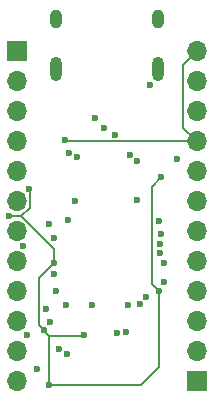
<source format=gbr>
G04 #@! TF.GenerationSoftware,KiCad,Pcbnew,(5.1.7)-1*
G04 #@! TF.CreationDate,2021-03-17T14:13:31-05:00*
G04 #@! TF.ProjectId,keyboard,6b657962-6f61-4726-942e-6b696361645f,rev?*
G04 #@! TF.SameCoordinates,Original*
G04 #@! TF.FileFunction,Copper,L2,Inr*
G04 #@! TF.FilePolarity,Positive*
%FSLAX46Y46*%
G04 Gerber Fmt 4.6, Leading zero omitted, Abs format (unit mm)*
G04 Created by KiCad (PCBNEW (5.1.7)-1) date 2021-03-17 14:13:31*
%MOMM*%
%LPD*%
G01*
G04 APERTURE LIST*
G04 #@! TA.AperFunction,ComponentPad*
%ADD10O,1.700000X1.700000*%
G04 #@! TD*
G04 #@! TA.AperFunction,ComponentPad*
%ADD11R,1.700000X1.700000*%
G04 #@! TD*
G04 #@! TA.AperFunction,ComponentPad*
%ADD12O,1.000000X2.100000*%
G04 #@! TD*
G04 #@! TA.AperFunction,ComponentPad*
%ADD13O,1.000000X1.600000*%
G04 #@! TD*
G04 #@! TA.AperFunction,ViaPad*
%ADD14C,0.600000*%
G04 #@! TD*
G04 #@! TA.AperFunction,Conductor*
%ADD15C,0.127000*%
G04 #@! TD*
G04 APERTURE END LIST*
D10*
X323620000Y-159530000D03*
X323620000Y-162070000D03*
X323620000Y-164610000D03*
X323620000Y-167150000D03*
X323620000Y-169690000D03*
X323620000Y-172230000D03*
X323620000Y-174770000D03*
X323620000Y-177310000D03*
X323620000Y-179850000D03*
X323620000Y-182390000D03*
X323620000Y-184930000D03*
D11*
X323620000Y-187470000D03*
D12*
X320320000Y-160980000D03*
X311680000Y-160980000D03*
D13*
X320320000Y-156800000D03*
X311680000Y-156800000D03*
D10*
X308380000Y-187470000D03*
X308380000Y-184930000D03*
X308380000Y-182390000D03*
X308380000Y-179850000D03*
X308380000Y-177310000D03*
X308380000Y-174770000D03*
X308380000Y-172230000D03*
X308380000Y-169690000D03*
X308380000Y-167150000D03*
X308380000Y-164610000D03*
X308380000Y-162070000D03*
D11*
X308380000Y-159530000D03*
D14*
X319700000Y-162400000D03*
X313300000Y-172200000D03*
X318588301Y-172127502D03*
X314790545Y-180990545D03*
X319336490Y-180286864D03*
X321919004Y-168599265D03*
X312500000Y-167036490D03*
X311100000Y-187763510D03*
X310699841Y-183100201D03*
X307700000Y-173500000D03*
X309400000Y-171200000D03*
X320430175Y-179800000D03*
X311549390Y-177463500D03*
X320636500Y-170200000D03*
X314099855Y-183527505D03*
X320506230Y-175806232D03*
X320501852Y-176611708D03*
X312700000Y-173800000D03*
X310853917Y-181352512D03*
X320842799Y-177409715D03*
X320407349Y-173900000D03*
X320817043Y-179014853D03*
X316848462Y-183351538D03*
X317646599Y-183296805D03*
X317794518Y-181027495D03*
X318840625Y-180914667D03*
X312600001Y-181000000D03*
X310100000Y-186400000D03*
X316700000Y-166586500D03*
X317948460Y-168335764D03*
X318600000Y-168800000D03*
X311567157Y-178354866D03*
X312637630Y-185121705D03*
X311198517Y-182474628D03*
X311700000Y-179800000D03*
X311944643Y-184721970D03*
X320625765Y-175015211D03*
X308905685Y-176013447D03*
X309267827Y-183509606D03*
X313533492Y-168482862D03*
X315798749Y-165998749D03*
X315000000Y-165200004D03*
X311509595Y-175369848D03*
X312800000Y-168163500D03*
X311154501Y-174177499D03*
D15*
X322506499Y-166036499D02*
X323620000Y-167150000D01*
X322506499Y-160643501D02*
X322506499Y-166036499D01*
X323620000Y-159530000D02*
X322506499Y-160643501D01*
X323620000Y-167150000D02*
X312613510Y-167150000D01*
X312613510Y-167150000D02*
X312500000Y-167036490D01*
X311100000Y-183600000D02*
X310699841Y-183199841D01*
X311100000Y-187763510D02*
X311100000Y-183600000D01*
X310699841Y-183199841D02*
X310699841Y-183100201D01*
X309493501Y-171293501D02*
X309400000Y-171200000D01*
X309493501Y-172764481D02*
X309493501Y-171293501D01*
X308757982Y-173500000D02*
X309493501Y-172764481D01*
X311100000Y-187763510D02*
X318936490Y-187763510D01*
X320430175Y-186269825D02*
X320430175Y-179800000D01*
X318936490Y-187763510D02*
X320430175Y-186269825D01*
X308757982Y-173500000D02*
X307700000Y-173500000D01*
X311549390Y-176291408D02*
X308757982Y-173500000D01*
X311549390Y-177463500D02*
X311549390Y-176291408D01*
X310290416Y-182690776D02*
X310699841Y-183100201D01*
X310290416Y-178722474D02*
X310290416Y-182690776D01*
X311549390Y-177463500D02*
X310290416Y-178722474D01*
X319843848Y-170992652D02*
X320636500Y-170200000D01*
X319843848Y-179213673D02*
X319843848Y-170992652D01*
X320430175Y-179800000D02*
X319843848Y-179213673D01*
X311100000Y-183600000D02*
X314027360Y-183600000D01*
X314027360Y-183600000D02*
X314099855Y-183527505D01*
M02*

</source>
